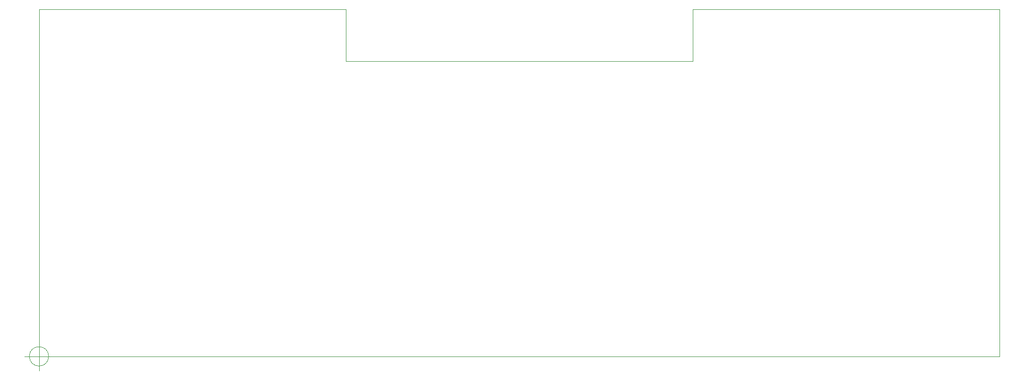
<source format=gbr>
G04 #@! TF.GenerationSoftware,KiCad,Pcbnew,(5.1.4)-1*
G04 #@! TF.CreationDate,2020-04-08T10:51:14+02:00*
G04 #@! TF.ProjectId,PCB_Theremin,5043425f-5468-4657-9265-6d696e2e6b69,rev?*
G04 #@! TF.SameCoordinates,Original*
G04 #@! TF.FileFunction,Profile,NP*
%FSLAX46Y46*%
G04 Gerber Fmt 4.6, Leading zero omitted, Abs format (unit mm)*
G04 Created by KiCad (PCBNEW (5.1.4)-1) date 2020-04-08 10:51:14*
%MOMM*%
%LPD*%
G04 APERTURE LIST*
%ADD10C,0.100000*%
%ADD11C,0.050000*%
G04 APERTURE END LIST*
D10*
X50000000Y-120000000D02*
X50000000Y-60000000D01*
X50000000Y-60000000D02*
X103000000Y-60000000D01*
X103000000Y-60000000D02*
X103000000Y-69000000D01*
X103000000Y-69000000D02*
X163000000Y-69000000D01*
X163000000Y-69000000D02*
X163000000Y-60000000D01*
X163000000Y-60000000D02*
X216000000Y-60000000D01*
X216000000Y-60000000D02*
X216000000Y-120000000D01*
X216000000Y-120000000D02*
X50000000Y-120000000D01*
D11*
X51666666Y-120000000D02*
G75*
G03X51666666Y-120000000I-1666666J0D01*
G01*
X47500000Y-120000000D02*
X52500000Y-120000000D01*
X50000000Y-117500000D02*
X50000000Y-122500000D01*
M02*

</source>
